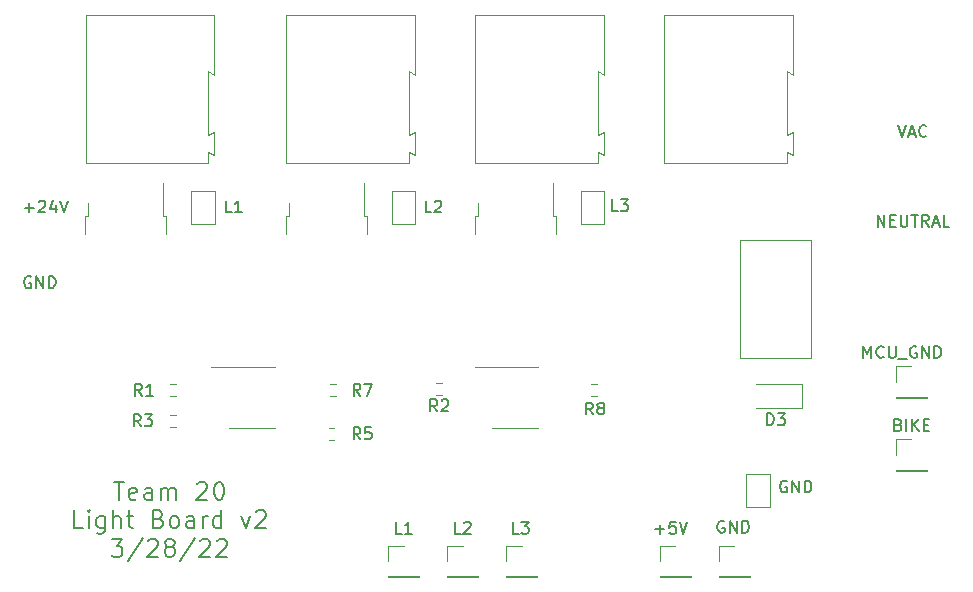
<source format=gbr>
%TF.GenerationSoftware,KiCad,Pcbnew,(6.0.1)*%
%TF.CreationDate,2022-03-29T14:07:41-05:00*%
%TF.ProjectId,light_board,6c696768-745f-4626-9f61-72642e6b6963,rev?*%
%TF.SameCoordinates,Original*%
%TF.FileFunction,Legend,Top*%
%TF.FilePolarity,Positive*%
%FSLAX46Y46*%
G04 Gerber Fmt 4.6, Leading zero omitted, Abs format (unit mm)*
G04 Created by KiCad (PCBNEW (6.0.1)) date 2022-03-29 14:07:41*
%MOMM*%
%LPD*%
G01*
G04 APERTURE LIST*
%ADD10C,0.150000*%
%ADD11C,0.200000*%
%ADD12C,0.120000*%
G04 APERTURE END LIST*
D10*
X123833333Y-122652380D02*
X123357142Y-122652380D01*
X123357142Y-121652380D01*
X124690476Y-122652380D02*
X124119047Y-122652380D01*
X124404761Y-122652380D02*
X124404761Y-121652380D01*
X124309523Y-121795238D01*
X124214285Y-121890476D01*
X124119047Y-121938095D01*
X109433333Y-95452380D02*
X108957142Y-95452380D01*
X108957142Y-94452380D01*
X110290476Y-95452380D02*
X109719047Y-95452380D01*
X110004761Y-95452380D02*
X110004761Y-94452380D01*
X109909523Y-94595238D01*
X109814285Y-94690476D01*
X109719047Y-94738095D01*
X142133333Y-95352380D02*
X141657142Y-95352380D01*
X141657142Y-94352380D01*
X142371428Y-94352380D02*
X142990476Y-94352380D01*
X142657142Y-94733333D01*
X142800000Y-94733333D01*
X142895238Y-94780952D01*
X142942857Y-94828571D01*
X142990476Y-94923809D01*
X142990476Y-95161904D01*
X142942857Y-95257142D01*
X142895238Y-95304761D01*
X142800000Y-95352380D01*
X142514285Y-95352380D01*
X142419047Y-95304761D01*
X142371428Y-95257142D01*
X165838095Y-88052380D02*
X166171428Y-89052380D01*
X166504761Y-88052380D01*
X166790476Y-88766666D02*
X167266666Y-88766666D01*
X166695238Y-89052380D02*
X167028571Y-88052380D01*
X167361904Y-89052380D01*
X168266666Y-88957142D02*
X168219047Y-89004761D01*
X168076190Y-89052380D01*
X167980952Y-89052380D01*
X167838095Y-89004761D01*
X167742857Y-88909523D01*
X167695238Y-88814285D01*
X167647619Y-88623809D01*
X167647619Y-88480952D01*
X167695238Y-88290476D01*
X167742857Y-88195238D01*
X167838095Y-88100000D01*
X167980952Y-88052380D01*
X168076190Y-88052380D01*
X168219047Y-88100000D01*
X168266666Y-88147619D01*
X92438095Y-100900000D02*
X92342857Y-100852380D01*
X92200000Y-100852380D01*
X92057142Y-100900000D01*
X91961904Y-100995238D01*
X91914285Y-101090476D01*
X91866666Y-101280952D01*
X91866666Y-101423809D01*
X91914285Y-101614285D01*
X91961904Y-101709523D01*
X92057142Y-101804761D01*
X92200000Y-101852380D01*
X92295238Y-101852380D01*
X92438095Y-101804761D01*
X92485714Y-101757142D01*
X92485714Y-101423809D01*
X92295238Y-101423809D01*
X92914285Y-101852380D02*
X92914285Y-100852380D01*
X93485714Y-101852380D01*
X93485714Y-100852380D01*
X93961904Y-101852380D02*
X93961904Y-100852380D01*
X94200000Y-100852380D01*
X94342857Y-100900000D01*
X94438095Y-100995238D01*
X94485714Y-101090476D01*
X94533333Y-101280952D01*
X94533333Y-101423809D01*
X94485714Y-101614285D01*
X94438095Y-101709523D01*
X94342857Y-101804761D01*
X94200000Y-101852380D01*
X93961904Y-101852380D01*
X133733333Y-122652380D02*
X133257142Y-122652380D01*
X133257142Y-121652380D01*
X133971428Y-121652380D02*
X134590476Y-121652380D01*
X134257142Y-122033333D01*
X134400000Y-122033333D01*
X134495238Y-122080952D01*
X134542857Y-122128571D01*
X134590476Y-122223809D01*
X134590476Y-122461904D01*
X134542857Y-122557142D01*
X134495238Y-122604761D01*
X134400000Y-122652380D01*
X134114285Y-122652380D01*
X134019047Y-122604761D01*
X133971428Y-122557142D01*
X151138095Y-121600000D02*
X151042857Y-121552380D01*
X150900000Y-121552380D01*
X150757142Y-121600000D01*
X150661904Y-121695238D01*
X150614285Y-121790476D01*
X150566666Y-121980952D01*
X150566666Y-122123809D01*
X150614285Y-122314285D01*
X150661904Y-122409523D01*
X150757142Y-122504761D01*
X150900000Y-122552380D01*
X150995238Y-122552380D01*
X151138095Y-122504761D01*
X151185714Y-122457142D01*
X151185714Y-122123809D01*
X150995238Y-122123809D01*
X151614285Y-122552380D02*
X151614285Y-121552380D01*
X152185714Y-122552380D01*
X152185714Y-121552380D01*
X152661904Y-122552380D02*
X152661904Y-121552380D01*
X152900000Y-121552380D01*
X153042857Y-121600000D01*
X153138095Y-121695238D01*
X153185714Y-121790476D01*
X153233333Y-121980952D01*
X153233333Y-122123809D01*
X153185714Y-122314285D01*
X153138095Y-122409523D01*
X153042857Y-122504761D01*
X152900000Y-122552380D01*
X152661904Y-122552380D01*
D11*
X99450000Y-118263571D02*
X100307142Y-118263571D01*
X99878571Y-119763571D02*
X99878571Y-118263571D01*
X101378571Y-119692142D02*
X101235714Y-119763571D01*
X100950000Y-119763571D01*
X100807142Y-119692142D01*
X100735714Y-119549285D01*
X100735714Y-118977857D01*
X100807142Y-118835000D01*
X100950000Y-118763571D01*
X101235714Y-118763571D01*
X101378571Y-118835000D01*
X101450000Y-118977857D01*
X101450000Y-119120714D01*
X100735714Y-119263571D01*
X102735714Y-119763571D02*
X102735714Y-118977857D01*
X102664285Y-118835000D01*
X102521428Y-118763571D01*
X102235714Y-118763571D01*
X102092857Y-118835000D01*
X102735714Y-119692142D02*
X102592857Y-119763571D01*
X102235714Y-119763571D01*
X102092857Y-119692142D01*
X102021428Y-119549285D01*
X102021428Y-119406428D01*
X102092857Y-119263571D01*
X102235714Y-119192142D01*
X102592857Y-119192142D01*
X102735714Y-119120714D01*
X103450000Y-119763571D02*
X103450000Y-118763571D01*
X103450000Y-118906428D02*
X103521428Y-118835000D01*
X103664285Y-118763571D01*
X103878571Y-118763571D01*
X104021428Y-118835000D01*
X104092857Y-118977857D01*
X104092857Y-119763571D01*
X104092857Y-118977857D02*
X104164285Y-118835000D01*
X104307142Y-118763571D01*
X104521428Y-118763571D01*
X104664285Y-118835000D01*
X104735714Y-118977857D01*
X104735714Y-119763571D01*
X106521428Y-118406428D02*
X106592857Y-118335000D01*
X106735714Y-118263571D01*
X107092857Y-118263571D01*
X107235714Y-118335000D01*
X107307142Y-118406428D01*
X107378571Y-118549285D01*
X107378571Y-118692142D01*
X107307142Y-118906428D01*
X106450000Y-119763571D01*
X107378571Y-119763571D01*
X108307142Y-118263571D02*
X108450000Y-118263571D01*
X108592857Y-118335000D01*
X108664285Y-118406428D01*
X108735714Y-118549285D01*
X108807142Y-118835000D01*
X108807142Y-119192142D01*
X108735714Y-119477857D01*
X108664285Y-119620714D01*
X108592857Y-119692142D01*
X108450000Y-119763571D01*
X108307142Y-119763571D01*
X108164285Y-119692142D01*
X108092857Y-119620714D01*
X108021428Y-119477857D01*
X107950000Y-119192142D01*
X107950000Y-118835000D01*
X108021428Y-118549285D01*
X108092857Y-118406428D01*
X108164285Y-118335000D01*
X108307142Y-118263571D01*
X96842857Y-122178571D02*
X96128571Y-122178571D01*
X96128571Y-120678571D01*
X97342857Y-122178571D02*
X97342857Y-121178571D01*
X97342857Y-120678571D02*
X97271428Y-120750000D01*
X97342857Y-120821428D01*
X97414285Y-120750000D01*
X97342857Y-120678571D01*
X97342857Y-120821428D01*
X98700000Y-121178571D02*
X98700000Y-122392857D01*
X98628571Y-122535714D01*
X98557142Y-122607142D01*
X98414285Y-122678571D01*
X98200000Y-122678571D01*
X98057142Y-122607142D01*
X98700000Y-122107142D02*
X98557142Y-122178571D01*
X98271428Y-122178571D01*
X98128571Y-122107142D01*
X98057142Y-122035714D01*
X97985714Y-121892857D01*
X97985714Y-121464285D01*
X98057142Y-121321428D01*
X98128571Y-121250000D01*
X98271428Y-121178571D01*
X98557142Y-121178571D01*
X98700000Y-121250000D01*
X99414285Y-122178571D02*
X99414285Y-120678571D01*
X100057142Y-122178571D02*
X100057142Y-121392857D01*
X99985714Y-121250000D01*
X99842857Y-121178571D01*
X99628571Y-121178571D01*
X99485714Y-121250000D01*
X99414285Y-121321428D01*
X100557142Y-121178571D02*
X101128571Y-121178571D01*
X100771428Y-120678571D02*
X100771428Y-121964285D01*
X100842857Y-122107142D01*
X100985714Y-122178571D01*
X101128571Y-122178571D01*
X103271428Y-121392857D02*
X103485714Y-121464285D01*
X103557142Y-121535714D01*
X103628571Y-121678571D01*
X103628571Y-121892857D01*
X103557142Y-122035714D01*
X103485714Y-122107142D01*
X103342857Y-122178571D01*
X102771428Y-122178571D01*
X102771428Y-120678571D01*
X103271428Y-120678571D01*
X103414285Y-120750000D01*
X103485714Y-120821428D01*
X103557142Y-120964285D01*
X103557142Y-121107142D01*
X103485714Y-121250000D01*
X103414285Y-121321428D01*
X103271428Y-121392857D01*
X102771428Y-121392857D01*
X104485714Y-122178571D02*
X104342857Y-122107142D01*
X104271428Y-122035714D01*
X104200000Y-121892857D01*
X104200000Y-121464285D01*
X104271428Y-121321428D01*
X104342857Y-121250000D01*
X104485714Y-121178571D01*
X104700000Y-121178571D01*
X104842857Y-121250000D01*
X104914285Y-121321428D01*
X104985714Y-121464285D01*
X104985714Y-121892857D01*
X104914285Y-122035714D01*
X104842857Y-122107142D01*
X104700000Y-122178571D01*
X104485714Y-122178571D01*
X106271428Y-122178571D02*
X106271428Y-121392857D01*
X106200000Y-121250000D01*
X106057142Y-121178571D01*
X105771428Y-121178571D01*
X105628571Y-121250000D01*
X106271428Y-122107142D02*
X106128571Y-122178571D01*
X105771428Y-122178571D01*
X105628571Y-122107142D01*
X105557142Y-121964285D01*
X105557142Y-121821428D01*
X105628571Y-121678571D01*
X105771428Y-121607142D01*
X106128571Y-121607142D01*
X106271428Y-121535714D01*
X106985714Y-122178571D02*
X106985714Y-121178571D01*
X106985714Y-121464285D02*
X107057142Y-121321428D01*
X107128571Y-121250000D01*
X107271428Y-121178571D01*
X107414285Y-121178571D01*
X108557142Y-122178571D02*
X108557142Y-120678571D01*
X108557142Y-122107142D02*
X108414285Y-122178571D01*
X108128571Y-122178571D01*
X107985714Y-122107142D01*
X107914285Y-122035714D01*
X107842857Y-121892857D01*
X107842857Y-121464285D01*
X107914285Y-121321428D01*
X107985714Y-121250000D01*
X108128571Y-121178571D01*
X108414285Y-121178571D01*
X108557142Y-121250000D01*
X110271428Y-121178571D02*
X110628571Y-122178571D01*
X110985714Y-121178571D01*
X111485714Y-120821428D02*
X111557142Y-120750000D01*
X111700000Y-120678571D01*
X112057142Y-120678571D01*
X112200000Y-120750000D01*
X112271428Y-120821428D01*
X112342857Y-120964285D01*
X112342857Y-121107142D01*
X112271428Y-121321428D01*
X111414285Y-122178571D01*
X112342857Y-122178571D01*
X99271428Y-123093571D02*
X100200000Y-123093571D01*
X99700000Y-123665000D01*
X99914285Y-123665000D01*
X100057142Y-123736428D01*
X100128571Y-123807857D01*
X100200000Y-123950714D01*
X100200000Y-124307857D01*
X100128571Y-124450714D01*
X100057142Y-124522142D01*
X99914285Y-124593571D01*
X99485714Y-124593571D01*
X99342857Y-124522142D01*
X99271428Y-124450714D01*
X101914285Y-123022142D02*
X100628571Y-124950714D01*
X102342857Y-123236428D02*
X102414285Y-123165000D01*
X102557142Y-123093571D01*
X102914285Y-123093571D01*
X103057142Y-123165000D01*
X103128571Y-123236428D01*
X103200000Y-123379285D01*
X103200000Y-123522142D01*
X103128571Y-123736428D01*
X102271428Y-124593571D01*
X103200000Y-124593571D01*
X104057142Y-123736428D02*
X103914285Y-123665000D01*
X103842857Y-123593571D01*
X103771428Y-123450714D01*
X103771428Y-123379285D01*
X103842857Y-123236428D01*
X103914285Y-123165000D01*
X104057142Y-123093571D01*
X104342857Y-123093571D01*
X104485714Y-123165000D01*
X104557142Y-123236428D01*
X104628571Y-123379285D01*
X104628571Y-123450714D01*
X104557142Y-123593571D01*
X104485714Y-123665000D01*
X104342857Y-123736428D01*
X104057142Y-123736428D01*
X103914285Y-123807857D01*
X103842857Y-123879285D01*
X103771428Y-124022142D01*
X103771428Y-124307857D01*
X103842857Y-124450714D01*
X103914285Y-124522142D01*
X104057142Y-124593571D01*
X104342857Y-124593571D01*
X104485714Y-124522142D01*
X104557142Y-124450714D01*
X104628571Y-124307857D01*
X104628571Y-124022142D01*
X104557142Y-123879285D01*
X104485714Y-123807857D01*
X104342857Y-123736428D01*
X106342857Y-123022142D02*
X105057142Y-124950714D01*
X106771428Y-123236428D02*
X106842857Y-123165000D01*
X106985714Y-123093571D01*
X107342857Y-123093571D01*
X107485714Y-123165000D01*
X107557142Y-123236428D01*
X107628571Y-123379285D01*
X107628571Y-123522142D01*
X107557142Y-123736428D01*
X106700000Y-124593571D01*
X107628571Y-124593571D01*
X108200000Y-123236428D02*
X108271428Y-123165000D01*
X108414285Y-123093571D01*
X108771428Y-123093571D01*
X108914285Y-123165000D01*
X108985714Y-123236428D01*
X109057142Y-123379285D01*
X109057142Y-123522142D01*
X108985714Y-123736428D01*
X108128571Y-124593571D01*
X109057142Y-124593571D01*
D10*
X128833333Y-122652380D02*
X128357142Y-122652380D01*
X128357142Y-121652380D01*
X129119047Y-121747619D02*
X129166666Y-121700000D01*
X129261904Y-121652380D01*
X129500000Y-121652380D01*
X129595238Y-121700000D01*
X129642857Y-121747619D01*
X129690476Y-121842857D01*
X129690476Y-121938095D01*
X129642857Y-122080952D01*
X129071428Y-122652380D01*
X129690476Y-122652380D01*
X156438095Y-118200000D02*
X156342857Y-118152380D01*
X156200000Y-118152380D01*
X156057142Y-118200000D01*
X155961904Y-118295238D01*
X155914285Y-118390476D01*
X155866666Y-118580952D01*
X155866666Y-118723809D01*
X155914285Y-118914285D01*
X155961904Y-119009523D01*
X156057142Y-119104761D01*
X156200000Y-119152380D01*
X156295238Y-119152380D01*
X156438095Y-119104761D01*
X156485714Y-119057142D01*
X156485714Y-118723809D01*
X156295238Y-118723809D01*
X156914285Y-119152380D02*
X156914285Y-118152380D01*
X157485714Y-119152380D01*
X157485714Y-118152380D01*
X157961904Y-119152380D02*
X157961904Y-118152380D01*
X158200000Y-118152380D01*
X158342857Y-118200000D01*
X158438095Y-118295238D01*
X158485714Y-118390476D01*
X158533333Y-118580952D01*
X158533333Y-118723809D01*
X158485714Y-118914285D01*
X158438095Y-119009523D01*
X158342857Y-119104761D01*
X158200000Y-119152380D01*
X157961904Y-119152380D01*
X91914286Y-95071428D02*
X92676191Y-95071428D01*
X92295238Y-95452380D02*
X92295238Y-94690476D01*
X93104762Y-94547619D02*
X93152381Y-94500000D01*
X93247619Y-94452380D01*
X93485714Y-94452380D01*
X93580952Y-94500000D01*
X93628571Y-94547619D01*
X93676191Y-94642857D01*
X93676191Y-94738095D01*
X93628571Y-94880952D01*
X93057143Y-95452380D01*
X93676191Y-95452380D01*
X94533333Y-94785714D02*
X94533333Y-95452380D01*
X94295238Y-94404761D02*
X94057143Y-95119047D01*
X94676191Y-95119047D01*
X94914286Y-94452380D02*
X95247619Y-95452380D01*
X95580952Y-94452380D01*
X145314285Y-122271428D02*
X146076190Y-122271428D01*
X145695238Y-122652380D02*
X145695238Y-121890476D01*
X147028571Y-121652380D02*
X146552380Y-121652380D01*
X146504761Y-122128571D01*
X146552380Y-122080952D01*
X146647619Y-122033333D01*
X146885714Y-122033333D01*
X146980952Y-122080952D01*
X147028571Y-122128571D01*
X147076190Y-122223809D01*
X147076190Y-122461904D01*
X147028571Y-122557142D01*
X146980952Y-122604761D01*
X146885714Y-122652380D01*
X146647619Y-122652380D01*
X146552380Y-122604761D01*
X146504761Y-122557142D01*
X147361904Y-121652380D02*
X147695238Y-122652380D01*
X148028571Y-121652380D01*
X126333333Y-95452380D02*
X125857142Y-95452380D01*
X125857142Y-94452380D01*
X126619047Y-94547619D02*
X126666666Y-94500000D01*
X126761904Y-94452380D01*
X127000000Y-94452380D01*
X127095238Y-94500000D01*
X127142857Y-94547619D01*
X127190476Y-94642857D01*
X127190476Y-94738095D01*
X127142857Y-94880952D01*
X126571428Y-95452380D01*
X127190476Y-95452380D01*
X162938095Y-107752380D02*
X162938095Y-106752380D01*
X163271428Y-107466666D01*
X163604761Y-106752380D01*
X163604761Y-107752380D01*
X164652380Y-107657142D02*
X164604761Y-107704761D01*
X164461904Y-107752380D01*
X164366666Y-107752380D01*
X164223809Y-107704761D01*
X164128571Y-107609523D01*
X164080952Y-107514285D01*
X164033333Y-107323809D01*
X164033333Y-107180952D01*
X164080952Y-106990476D01*
X164128571Y-106895238D01*
X164223809Y-106800000D01*
X164366666Y-106752380D01*
X164461904Y-106752380D01*
X164604761Y-106800000D01*
X164652380Y-106847619D01*
X165080952Y-106752380D02*
X165080952Y-107561904D01*
X165128571Y-107657142D01*
X165176190Y-107704761D01*
X165271428Y-107752380D01*
X165461904Y-107752380D01*
X165557142Y-107704761D01*
X165604761Y-107657142D01*
X165652380Y-107561904D01*
X165652380Y-106752380D01*
X165890476Y-107847619D02*
X166652380Y-107847619D01*
X167414285Y-106800000D02*
X167319047Y-106752380D01*
X167176190Y-106752380D01*
X167033333Y-106800000D01*
X166938095Y-106895238D01*
X166890476Y-106990476D01*
X166842857Y-107180952D01*
X166842857Y-107323809D01*
X166890476Y-107514285D01*
X166938095Y-107609523D01*
X167033333Y-107704761D01*
X167176190Y-107752380D01*
X167271428Y-107752380D01*
X167414285Y-107704761D01*
X167461904Y-107657142D01*
X167461904Y-107323809D01*
X167271428Y-107323809D01*
X167890476Y-107752380D02*
X167890476Y-106752380D01*
X168461904Y-107752380D01*
X168461904Y-106752380D01*
X168938095Y-107752380D02*
X168938095Y-106752380D01*
X169176190Y-106752380D01*
X169319047Y-106800000D01*
X169414285Y-106895238D01*
X169461904Y-106990476D01*
X169509523Y-107180952D01*
X169509523Y-107323809D01*
X169461904Y-107514285D01*
X169414285Y-107609523D01*
X169319047Y-107704761D01*
X169176190Y-107752380D01*
X168938095Y-107752380D01*
X165880952Y-113428571D02*
X166023809Y-113476190D01*
X166071428Y-113523809D01*
X166119047Y-113619047D01*
X166119047Y-113761904D01*
X166071428Y-113857142D01*
X166023809Y-113904761D01*
X165928571Y-113952380D01*
X165547619Y-113952380D01*
X165547619Y-112952380D01*
X165880952Y-112952380D01*
X165976190Y-113000000D01*
X166023809Y-113047619D01*
X166071428Y-113142857D01*
X166071428Y-113238095D01*
X166023809Y-113333333D01*
X165976190Y-113380952D01*
X165880952Y-113428571D01*
X165547619Y-113428571D01*
X166547619Y-113952380D02*
X166547619Y-112952380D01*
X167023809Y-113952380D02*
X167023809Y-112952380D01*
X167595238Y-113952380D02*
X167166666Y-113380952D01*
X167595238Y-112952380D02*
X167023809Y-113523809D01*
X168023809Y-113428571D02*
X168357142Y-113428571D01*
X168500000Y-113952380D02*
X168023809Y-113952380D01*
X168023809Y-112952380D01*
X168500000Y-112952380D01*
X164123809Y-96652380D02*
X164123809Y-95652380D01*
X164695238Y-96652380D01*
X164695238Y-95652380D01*
X165171428Y-96128571D02*
X165504761Y-96128571D01*
X165647619Y-96652380D02*
X165171428Y-96652380D01*
X165171428Y-95652380D01*
X165647619Y-95652380D01*
X166076190Y-95652380D02*
X166076190Y-96461904D01*
X166123809Y-96557142D01*
X166171428Y-96604761D01*
X166266666Y-96652380D01*
X166457142Y-96652380D01*
X166552380Y-96604761D01*
X166600000Y-96557142D01*
X166647619Y-96461904D01*
X166647619Y-95652380D01*
X166980952Y-95652380D02*
X167552380Y-95652380D01*
X167266666Y-96652380D02*
X167266666Y-95652380D01*
X168457142Y-96652380D02*
X168123809Y-96176190D01*
X167885714Y-96652380D02*
X167885714Y-95652380D01*
X168266666Y-95652380D01*
X168361904Y-95700000D01*
X168409523Y-95747619D01*
X168457142Y-95842857D01*
X168457142Y-95985714D01*
X168409523Y-96080952D01*
X168361904Y-96128571D01*
X168266666Y-96176190D01*
X167885714Y-96176190D01*
X168838095Y-96366666D02*
X169314285Y-96366666D01*
X168742857Y-96652380D02*
X169076190Y-95652380D01*
X169409523Y-96652380D01*
X170219047Y-96652380D02*
X169742857Y-96652380D01*
X169742857Y-95652380D01*
%TO.C,D3*%
X154761904Y-113452380D02*
X154761904Y-112452380D01*
X155000000Y-112452380D01*
X155142857Y-112500000D01*
X155238095Y-112595238D01*
X155285714Y-112690476D01*
X155333333Y-112880952D01*
X155333333Y-113023809D01*
X155285714Y-113214285D01*
X155238095Y-113309523D01*
X155142857Y-113404761D01*
X155000000Y-113452380D01*
X154761904Y-113452380D01*
X155666666Y-112452380D02*
X156285714Y-112452380D01*
X155952380Y-112833333D01*
X156095238Y-112833333D01*
X156190476Y-112880952D01*
X156238095Y-112928571D01*
X156285714Y-113023809D01*
X156285714Y-113261904D01*
X156238095Y-113357142D01*
X156190476Y-113404761D01*
X156095238Y-113452380D01*
X155809523Y-113452380D01*
X155714285Y-113404761D01*
X155666666Y-113357142D01*
%TO.C,R2*%
X126833333Y-112282380D02*
X126500000Y-111806190D01*
X126261904Y-112282380D02*
X126261904Y-111282380D01*
X126642857Y-111282380D01*
X126738095Y-111330000D01*
X126785714Y-111377619D01*
X126833333Y-111472857D01*
X126833333Y-111615714D01*
X126785714Y-111710952D01*
X126738095Y-111758571D01*
X126642857Y-111806190D01*
X126261904Y-111806190D01*
X127214285Y-111377619D02*
X127261904Y-111330000D01*
X127357142Y-111282380D01*
X127595238Y-111282380D01*
X127690476Y-111330000D01*
X127738095Y-111377619D01*
X127785714Y-111472857D01*
X127785714Y-111568095D01*
X127738095Y-111710952D01*
X127166666Y-112282380D01*
X127785714Y-112282380D01*
%TO.C,R8*%
X140033333Y-112552380D02*
X139700000Y-112076190D01*
X139461904Y-112552380D02*
X139461904Y-111552380D01*
X139842857Y-111552380D01*
X139938095Y-111600000D01*
X139985714Y-111647619D01*
X140033333Y-111742857D01*
X140033333Y-111885714D01*
X139985714Y-111980952D01*
X139938095Y-112028571D01*
X139842857Y-112076190D01*
X139461904Y-112076190D01*
X140604761Y-111980952D02*
X140509523Y-111933333D01*
X140461904Y-111885714D01*
X140414285Y-111790476D01*
X140414285Y-111742857D01*
X140461904Y-111647619D01*
X140509523Y-111600000D01*
X140604761Y-111552380D01*
X140795238Y-111552380D01*
X140890476Y-111600000D01*
X140938095Y-111647619D01*
X140985714Y-111742857D01*
X140985714Y-111790476D01*
X140938095Y-111885714D01*
X140890476Y-111933333D01*
X140795238Y-111980952D01*
X140604761Y-111980952D01*
X140509523Y-112028571D01*
X140461904Y-112076190D01*
X140414285Y-112171428D01*
X140414285Y-112361904D01*
X140461904Y-112457142D01*
X140509523Y-112504761D01*
X140604761Y-112552380D01*
X140795238Y-112552380D01*
X140890476Y-112504761D01*
X140938095Y-112457142D01*
X140985714Y-112361904D01*
X140985714Y-112171428D01*
X140938095Y-112076190D01*
X140890476Y-112028571D01*
X140795238Y-111980952D01*
%TO.C,R3*%
X101733333Y-113552380D02*
X101400000Y-113076190D01*
X101161904Y-113552380D02*
X101161904Y-112552380D01*
X101542857Y-112552380D01*
X101638095Y-112600000D01*
X101685714Y-112647619D01*
X101733333Y-112742857D01*
X101733333Y-112885714D01*
X101685714Y-112980952D01*
X101638095Y-113028571D01*
X101542857Y-113076190D01*
X101161904Y-113076190D01*
X102066666Y-112552380D02*
X102685714Y-112552380D01*
X102352380Y-112933333D01*
X102495238Y-112933333D01*
X102590476Y-112980952D01*
X102638095Y-113028571D01*
X102685714Y-113123809D01*
X102685714Y-113361904D01*
X102638095Y-113457142D01*
X102590476Y-113504761D01*
X102495238Y-113552380D01*
X102209523Y-113552380D01*
X102114285Y-113504761D01*
X102066666Y-113457142D01*
%TO.C,R7*%
X120333333Y-110952380D02*
X120000000Y-110476190D01*
X119761904Y-110952380D02*
X119761904Y-109952380D01*
X120142857Y-109952380D01*
X120238095Y-110000000D01*
X120285714Y-110047619D01*
X120333333Y-110142857D01*
X120333333Y-110285714D01*
X120285714Y-110380952D01*
X120238095Y-110428571D01*
X120142857Y-110476190D01*
X119761904Y-110476190D01*
X120666666Y-109952380D02*
X121333333Y-109952380D01*
X120904761Y-110952380D01*
%TO.C,R1*%
X101833333Y-110952380D02*
X101500000Y-110476190D01*
X101261904Y-110952380D02*
X101261904Y-109952380D01*
X101642857Y-109952380D01*
X101738095Y-110000000D01*
X101785714Y-110047619D01*
X101833333Y-110142857D01*
X101833333Y-110285714D01*
X101785714Y-110380952D01*
X101738095Y-110428571D01*
X101642857Y-110476190D01*
X101261904Y-110476190D01*
X102785714Y-110952380D02*
X102214285Y-110952380D01*
X102500000Y-110952380D02*
X102500000Y-109952380D01*
X102404761Y-110095238D01*
X102309523Y-110190476D01*
X102214285Y-110238095D01*
%TO.C,R5*%
X120333333Y-114652380D02*
X120000000Y-114176190D01*
X119761904Y-114652380D02*
X119761904Y-113652380D01*
X120142857Y-113652380D01*
X120238095Y-113700000D01*
X120285714Y-113747619D01*
X120333333Y-113842857D01*
X120333333Y-113985714D01*
X120285714Y-114080952D01*
X120238095Y-114128571D01*
X120142857Y-114176190D01*
X119761904Y-114176190D01*
X121238095Y-113652380D02*
X120761904Y-113652380D01*
X120714285Y-114128571D01*
X120761904Y-114080952D01*
X120857142Y-114033333D01*
X121095238Y-114033333D01*
X121190476Y-114080952D01*
X121238095Y-114128571D01*
X121285714Y-114223809D01*
X121285714Y-114461904D01*
X121238095Y-114557142D01*
X121190476Y-114604761D01*
X121095238Y-114652380D01*
X120857142Y-114652380D01*
X120761904Y-114604761D01*
X120714285Y-114557142D01*
D12*
%TO.C,D3*%
X157750000Y-112000000D02*
X153850000Y-112000000D01*
X157750000Y-112000000D02*
X157750000Y-110000000D01*
X157750000Y-110000000D02*
X153850000Y-110000000D01*
%TO.C,Q6*%
X133470000Y-108550000D02*
X130020000Y-108550000D01*
X133470000Y-113670000D02*
X135420000Y-113670000D01*
X133470000Y-108550000D02*
X135420000Y-108550000D01*
X133470000Y-113670000D02*
X131520000Y-113670000D01*
%TO.C,JP1*%
X106000000Y-93600000D02*
X108000000Y-93600000D01*
X108000000Y-93600000D02*
X108000000Y-96400000D01*
X106000000Y-96400000D02*
X106000000Y-93600000D01*
X108000000Y-96400000D02*
X106000000Y-96400000D01*
%TO.C,J16*%
X150670000Y-126330000D02*
X153330000Y-126330000D01*
X150670000Y-126270000D02*
X153330000Y-126270000D01*
X150670000Y-125000000D02*
X150670000Y-123670000D01*
X150670000Y-126270000D02*
X150670000Y-126330000D01*
X153330000Y-126270000D02*
X153330000Y-126330000D01*
X150670000Y-123670000D02*
X152000000Y-123670000D01*
%TO.C,J6*%
X165670000Y-117330000D02*
X168330000Y-117330000D01*
X165670000Y-117270000D02*
X168330000Y-117270000D01*
X165670000Y-117270000D02*
X165670000Y-117330000D01*
X165670000Y-116000000D02*
X165670000Y-114670000D01*
X165670000Y-114670000D02*
X167000000Y-114670000D01*
X168330000Y-117270000D02*
X168330000Y-117330000D01*
%TO.C,J5*%
X135330000Y-126270000D02*
X135330000Y-126330000D01*
X132670000Y-126270000D02*
X135330000Y-126270000D01*
X132670000Y-125000000D02*
X132670000Y-123670000D01*
X132670000Y-123670000D02*
X134000000Y-123670000D01*
X132670000Y-126270000D02*
X132670000Y-126330000D01*
X132670000Y-126330000D02*
X135330000Y-126330000D01*
%TO.C,J9*%
X124435000Y-83500000D02*
X124935000Y-83800000D01*
X124935000Y-88650000D02*
X124435000Y-88900000D01*
X114085000Y-78700000D02*
X114085000Y-91300000D01*
X124935000Y-88700000D02*
X124935000Y-88650000D01*
X124435000Y-91300000D02*
X124435000Y-90350000D01*
X124935000Y-78700000D02*
X114085000Y-78700000D01*
X114085000Y-91300000D02*
X124435000Y-91300000D01*
X124435000Y-88900000D02*
X124435000Y-83500000D01*
X124935000Y-90600000D02*
X124935000Y-88700000D01*
X124435000Y-90350000D02*
X124935000Y-90600000D01*
X124935000Y-83800000D02*
X124935000Y-78700000D01*
%TO.C,Q4*%
X130025000Y-97255000D02*
X130025000Y-95755000D01*
X130295000Y-95755000D02*
X130295000Y-94655000D01*
X136925000Y-95755000D02*
X136655000Y-95755000D01*
X136925000Y-97255000D02*
X136925000Y-95755000D01*
X130025000Y-95755000D02*
X130295000Y-95755000D01*
X136655000Y-95755000D02*
X136655000Y-92925000D01*
%TO.C,Q1*%
X103925000Y-97255000D02*
X103925000Y-95755000D01*
X103655000Y-95755000D02*
X103655000Y-92925000D01*
X97295000Y-95755000D02*
X97295000Y-94655000D01*
X97025000Y-95755000D02*
X97295000Y-95755000D01*
X103925000Y-95755000D02*
X103655000Y-95755000D01*
X97025000Y-97255000D02*
X97025000Y-95755000D01*
%TO.C,J17*%
X165670000Y-109800000D02*
X165670000Y-108470000D01*
X165670000Y-111130000D02*
X168330000Y-111130000D01*
X165670000Y-108470000D02*
X167000000Y-108470000D01*
X165670000Y-111070000D02*
X168330000Y-111070000D01*
X165670000Y-111070000D02*
X165670000Y-111130000D01*
X168330000Y-111070000D02*
X168330000Y-111130000D01*
%TO.C,J8*%
X107935000Y-78700000D02*
X97085000Y-78700000D01*
X107935000Y-90600000D02*
X107935000Y-88700000D01*
X97085000Y-78700000D02*
X97085000Y-91300000D01*
X107435000Y-83500000D02*
X107935000Y-83800000D01*
X97085000Y-91300000D02*
X107435000Y-91300000D01*
X107435000Y-90350000D02*
X107935000Y-90600000D01*
X107435000Y-88900000D02*
X107435000Y-83500000D01*
X107935000Y-88700000D02*
X107935000Y-88650000D01*
X107935000Y-88650000D02*
X107435000Y-88900000D01*
X107435000Y-91300000D02*
X107435000Y-90350000D01*
X107935000Y-83800000D02*
X107935000Y-78700000D01*
%TO.C,J3*%
X122670000Y-126270000D02*
X125330000Y-126270000D01*
X122670000Y-123670000D02*
X124000000Y-123670000D01*
X122670000Y-126270000D02*
X122670000Y-126330000D01*
X125330000Y-126270000D02*
X125330000Y-126330000D01*
X122670000Y-126330000D02*
X125330000Y-126330000D01*
X122670000Y-125000000D02*
X122670000Y-123670000D01*
%TO.C,J11*%
X146085000Y-91300000D02*
X156435000Y-91300000D01*
X156935000Y-88650000D02*
X156435000Y-88900000D01*
X156435000Y-90350000D02*
X156935000Y-90600000D01*
X146085000Y-78700000D02*
X146085000Y-91300000D01*
X156435000Y-83500000D02*
X156935000Y-83800000D01*
X156935000Y-90600000D02*
X156935000Y-88700000D01*
X156435000Y-91300000D02*
X156435000Y-90350000D01*
X156435000Y-88900000D02*
X156435000Y-83500000D01*
X156935000Y-78700000D02*
X146085000Y-78700000D01*
X156935000Y-88700000D02*
X156935000Y-88650000D01*
X156935000Y-83800000D02*
X156935000Y-78700000D01*
%TO.C,JP2*%
X123000000Y-93600000D02*
X125000000Y-93600000D01*
X123000000Y-96400000D02*
X123000000Y-93600000D01*
X125000000Y-93600000D02*
X125000000Y-96400000D01*
X125000000Y-96400000D02*
X123000000Y-96400000D01*
%TO.C,K1*%
X152500000Y-107800000D02*
X158500000Y-107800000D01*
X158500000Y-107800000D02*
X158500000Y-97800000D01*
X158500000Y-97800000D02*
X152500000Y-97800000D01*
X152500000Y-97800000D02*
X152500000Y-107800000D01*
%TO.C,J15*%
X145670000Y-126330000D02*
X148330000Y-126330000D01*
X145670000Y-126270000D02*
X148330000Y-126270000D01*
X145670000Y-123670000D02*
X147000000Y-123670000D01*
X145670000Y-125000000D02*
X145670000Y-123670000D01*
X148330000Y-126270000D02*
X148330000Y-126330000D01*
X145670000Y-126270000D02*
X145670000Y-126330000D01*
%TO.C,R2*%
X127237258Y-109877500D02*
X126762742Y-109877500D01*
X127237258Y-110922500D02*
X126762742Y-110922500D01*
%TO.C,R8*%
X139862742Y-109977500D02*
X140337258Y-109977500D01*
X139862742Y-111022500D02*
X140337258Y-111022500D01*
%TO.C,JP4*%
X153000000Y-120400000D02*
X153000000Y-117600000D01*
X153000000Y-117600000D02*
X155000000Y-117600000D01*
X155000000Y-120400000D02*
X153000000Y-120400000D01*
X155000000Y-117600000D02*
X155000000Y-120400000D01*
%TO.C,J10*%
X140435000Y-83500000D02*
X140935000Y-83800000D01*
X140435000Y-91300000D02*
X140435000Y-90350000D01*
X130085000Y-91300000D02*
X140435000Y-91300000D01*
X130085000Y-78700000D02*
X130085000Y-91300000D01*
X140935000Y-88650000D02*
X140435000Y-88900000D01*
X140935000Y-90600000D02*
X140935000Y-88700000D01*
X140435000Y-88900000D02*
X140435000Y-83500000D01*
X140935000Y-88700000D02*
X140935000Y-88650000D01*
X140935000Y-78700000D02*
X130085000Y-78700000D01*
X140435000Y-90350000D02*
X140935000Y-90600000D01*
X140935000Y-83800000D02*
X140935000Y-78700000D01*
%TO.C,R3*%
X104737258Y-113622500D02*
X104262742Y-113622500D01*
X104737258Y-112577500D02*
X104262742Y-112577500D01*
%TO.C,Q5*%
X111130000Y-108550000D02*
X107680000Y-108550000D01*
X111130000Y-113670000D02*
X109180000Y-113670000D01*
X111130000Y-108550000D02*
X113080000Y-108550000D01*
X111130000Y-113670000D02*
X113080000Y-113670000D01*
%TO.C,R7*%
X117762742Y-109977500D02*
X118237258Y-109977500D01*
X117762742Y-111022500D02*
X118237258Y-111022500D01*
%TO.C,Q2*%
X120925000Y-97255000D02*
X120925000Y-95755000D01*
X120655000Y-95755000D02*
X120655000Y-92925000D01*
X114025000Y-95755000D02*
X114295000Y-95755000D01*
X120925000Y-95755000D02*
X120655000Y-95755000D01*
X114295000Y-95755000D02*
X114295000Y-94655000D01*
X114025000Y-97255000D02*
X114025000Y-95755000D01*
%TO.C,J4*%
X127670000Y-123670000D02*
X129000000Y-123670000D01*
X127670000Y-126270000D02*
X130330000Y-126270000D01*
X127670000Y-126330000D02*
X130330000Y-126330000D01*
X130330000Y-126270000D02*
X130330000Y-126330000D01*
X127670000Y-126270000D02*
X127670000Y-126330000D01*
X127670000Y-125000000D02*
X127670000Y-123670000D01*
%TO.C,JP3*%
X141000000Y-93600000D02*
X141000000Y-96400000D01*
X139000000Y-96400000D02*
X139000000Y-93600000D01*
X139000000Y-93600000D02*
X141000000Y-93600000D01*
X141000000Y-96400000D02*
X139000000Y-96400000D01*
%TO.C,R1*%
X104737258Y-109977500D02*
X104262742Y-109977500D01*
X104737258Y-111022500D02*
X104262742Y-111022500D01*
%TO.C,R5*%
X117662742Y-113677500D02*
X118137258Y-113677500D01*
X117662742Y-114722500D02*
X118137258Y-114722500D01*
%TD*%
M02*

</source>
